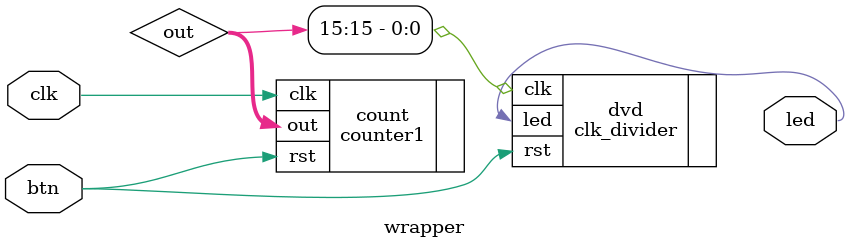
<source format=v>
module wrapper(
    input clk, btn,
    output led
    );

wire [15:0] out;

counter1 count (.clk(clk), .rst(btn), .out(out));
clk_divider dvd(.clk(out[15]), .rst(btn), .led(led));

endmodule

</source>
